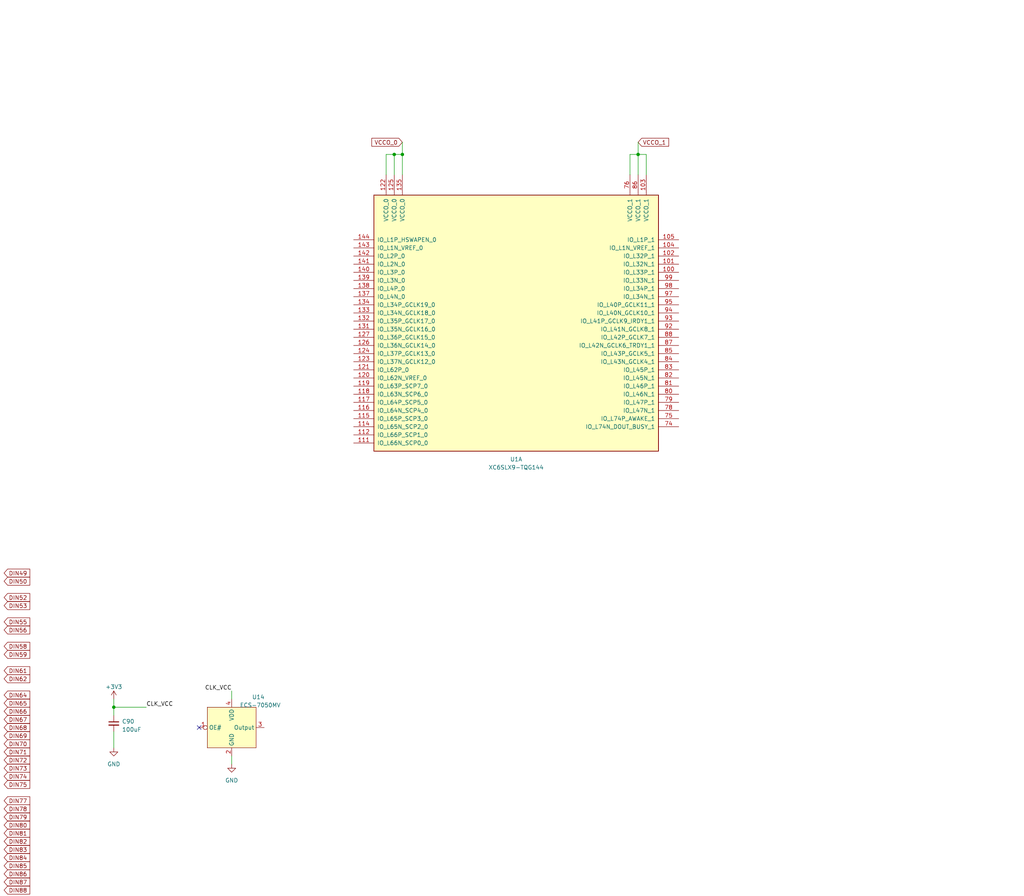
<source format=kicad_sch>
(kicad_sch (version 20210621) (generator eeschema)
  (paper "User" 319.989 280.01)
  (lib_symbols
    (symbol "Device:C_Small" (pin_numbers hide) (pin_names (offset 0.254) hide)
      (property "Reference" "C" (at 0.254 1.778 0))
      (property "Value" "C_Small" (at 0.254 -2.032 0))
      (symbol "C_Small_0_1"
        (polyline (pts (xy -1.524 -0.508) (xy 1.524 -0.508)) (stroke (width 0.3302)))
        (polyline (pts (xy -1.524 0.508) (xy 1.524 0.508)) (stroke (width 0.3048)))
      )
      (symbol "C_Small_1_1"
        (pin passive line (at 0 2.54 270) (length 2.032) (name "~") (number "1"))
        (pin passive line (at 0 -2.54 90) (length 2.032) (name "~") (number "2"))
      )
    )
    (symbol "FPGA_Xilinx_Spartan6:XC6SLX9-TQG144" (pin_names (offset 1.016))
      (property "Reference" "U" (at 0 1.27 0))
      (property "Value" "XC6SLX9-TQG144" (at 0 -1.27 0))
      (symbol "XC6SLX9-TQG144_1_1"
        (rectangle (start -44.45 36.83) (end 44.45 -43.18) (stroke (width 0.254)) (fill (type background)))
        (pin bidirectional line (at 50.8 12.7 180) (length 6.35) (name "IO_L33P_1") (number "100"))
        (pin bidirectional line (at 50.8 15.24 180) (length 6.35) (name "IO_L32N_1") (number "101"))
        (pin bidirectional line (at 50.8 17.78 180) (length 6.35) (name "IO_L32P_1") (number "102"))
        (pin power_in line (at 40.64 43.18 270) (length 6.35) (name "VCCO_1") (number "103"))
        (pin bidirectional line (at 50.8 20.32 180) (length 6.35) (name "IO_L1N_VREF_1") (number "104"))
        (pin bidirectional line (at 50.8 22.86 180) (length 6.35) (name "IO_L1P_1") (number "105"))
        (pin bidirectional line (at -50.8 -40.64 0) (length 6.35) (name "IO_L66N_SCP0_0") (number "111"))
        (pin bidirectional line (at -50.8 -38.1 0) (length 6.35) (name "IO_L66P_SCP1_0") (number "112"))
        (pin bidirectional line (at -50.8 -35.56 0) (length 6.35) (name "IO_L65N_SCP2_0") (number "114"))
        (pin bidirectional line (at -50.8 -33.02 0) (length 6.35) (name "IO_L65P_SCP3_0") (number "115"))
        (pin bidirectional line (at -50.8 -30.48 0) (length 6.35) (name "IO_L64N_SCP4_0") (number "116"))
        (pin bidirectional line (at -50.8 -27.94 0) (length 6.35) (name "IO_L64P_SCP5_0") (number "117"))
        (pin bidirectional line (at -50.8 -25.4 0) (length 6.35) (name "IO_L63N_SCP6_0") (number "118"))
        (pin bidirectional line (at -50.8 -22.86 0) (length 6.35) (name "IO_L63P_SCP7_0") (number "119"))
        (pin bidirectional line (at -50.8 -20.32 0) (length 6.35) (name "IO_L62N_VREF_0") (number "120"))
        (pin bidirectional line (at -50.8 -17.78 0) (length 6.35) (name "IO_L62P_0") (number "121"))
        (pin power_in line (at -40.64 43.18 270) (length 6.35) (name "VCCO_0") (number "122"))
        (pin bidirectional line (at -50.8 -15.24 0) (length 6.35) (name "IO_L37N_GCLK12_0") (number "123"))
        (pin bidirectional line (at -50.8 -12.7 0) (length 6.35) (name "IO_L37P_GCLK13_0") (number "124"))
        (pin power_in line (at -38.1 43.18 270) (length 6.35) (name "VCCO_0") (number "125"))
        (pin bidirectional line (at -50.8 -10.16 0) (length 6.35) (name "IO_L36N_GCLK14_0") (number "126"))
        (pin bidirectional line (at -50.8 -7.62 0) (length 6.35) (name "IO_L36P_GCLK15_0") (number "127"))
        (pin bidirectional line (at -50.8 -5.08 0) (length 6.35) (name "IO_L35N_GCLK16_0") (number "131"))
        (pin bidirectional line (at -50.8 -2.54 0) (length 6.35) (name "IO_L35P_GCLK17_0") (number "132"))
        (pin bidirectional line (at -50.8 0 0) (length 6.35) (name "IO_L34N_GCLK18_0") (number "133"))
        (pin bidirectional line (at -50.8 2.54 0) (length 6.35) (name "IO_L34P_GCLK19_0") (number "134"))
        (pin power_in line (at -35.56 43.18 270) (length 6.35) (name "VCCO_0") (number "135"))
        (pin bidirectional line (at -50.8 5.08 0) (length 6.35) (name "IO_L4N_0") (number "137"))
        (pin bidirectional line (at -50.8 7.62 0) (length 6.35) (name "IO_L4P_0") (number "138"))
        (pin bidirectional line (at -50.8 10.16 0) (length 6.35) (name "IO_L3N_0") (number "139"))
        (pin bidirectional line (at -50.8 12.7 0) (length 6.35) (name "IO_L3P_0") (number "140"))
        (pin bidirectional line (at -50.8 15.24 0) (length 6.35) (name "IO_L2N_0") (number "141"))
        (pin bidirectional line (at -50.8 17.78 0) (length 6.35) (name "IO_L2P_0") (number "142"))
        (pin bidirectional line (at -50.8 20.32 0) (length 6.35) (name "IO_L1N_VREF_0") (number "143"))
        (pin bidirectional line (at -50.8 22.86 0) (length 6.35) (name "IO_L1P_HSWAPEN_0") (number "144"))
        (pin bidirectional line (at 50.8 -35.56 180) (length 6.35) (name "IO_L74N_DOUT_BUSY_1") (number "74"))
        (pin bidirectional line (at 50.8 -33.02 180) (length 6.35) (name "IO_L74P_AWAKE_1") (number "75"))
        (pin power_in line (at 35.56 43.18 270) (length 6.35) (name "VCCO_1") (number "76"))
        (pin bidirectional line (at 50.8 -30.48 180) (length 6.35) (name "IO_L47N_1") (number "78"))
        (pin bidirectional line (at 50.8 -27.94 180) (length 6.35) (name "IO_L47P_1") (number "79"))
        (pin bidirectional line (at 50.8 -25.4 180) (length 6.35) (name "IO_L46N_1") (number "80"))
        (pin bidirectional line (at 50.8 -22.86 180) (length 6.35) (name "IO_L46P_1") (number "81"))
        (pin bidirectional line (at 50.8 -20.32 180) (length 6.35) (name "IO_L45N_1") (number "82"))
        (pin bidirectional line (at 50.8 -17.78 180) (length 6.35) (name "IO_L45P_1") (number "83"))
        (pin bidirectional line (at 50.8 -15.24 180) (length 6.35) (name "IO_L43N_GCLK4_1") (number "84"))
        (pin bidirectional line (at 50.8 -12.7 180) (length 6.35) (name "IO_L43P_GCLK5_1") (number "85"))
        (pin power_in line (at 38.1 43.18 270) (length 6.35) (name "VCCO_1") (number "86"))
        (pin bidirectional line (at 50.8 -10.16 180) (length 6.35) (name "IO_L42N_GCLK6_TRDY1_1") (number "87"))
        (pin bidirectional line (at 50.8 -7.62 180) (length 6.35) (name "IO_L42P_GCLK7_1") (number "88"))
        (pin bidirectional line (at 50.8 -5.08 180) (length 6.35) (name "IO_L41N_GCLK8_1") (number "92"))
        (pin bidirectional line (at 50.8 -2.54 180) (length 6.35) (name "IO_L41P_GCLK9_IRDY1_1") (number "93"))
        (pin bidirectional line (at 50.8 0 180) (length 6.35) (name "IO_L40N_GCLK10_1") (number "94"))
        (pin bidirectional line (at 50.8 2.54 180) (length 6.35) (name "IO_L40P_GCLK11_1") (number "95"))
        (pin bidirectional line (at 50.8 5.08 180) (length 6.35) (name "IO_L34N_1") (number "97"))
        (pin bidirectional line (at 50.8 7.62 180) (length 6.35) (name "IO_L34P_1") (number "98"))
        (pin bidirectional line (at 50.8 10.16 180) (length 6.35) (name "IO_L33N_1") (number "99"))
      )
      (symbol "XC6SLX9-TQG144_2_1"
        (rectangle (start -44.45 36.83) (end 44.45 -43.18) (stroke (width 0.254)) (fill (type background)))
        (pin bidirectional line (at 50.8 -40.64 180) (length 6.35) (name "IO_L83N_VREF_3") (number "1"))
        (pin bidirectional line (at 50.8 -22.86 180) (length 6.35) (name "IO_L50P_3") (number "10"))
        (pin bidirectional line (at 50.8 -20.32 180) (length 6.35) (name "IO_L49N_3") (number "11"))
        (pin bidirectional line (at 50.8 -17.78 180) (length 6.35) (name "IO_L49P_3") (number "12"))
        (pin bidirectional line (at 50.8 -15.24 180) (length 6.35) (name "IO_L44N_GCLK20_3") (number "14"))
        (pin bidirectional line (at 50.8 -12.7 180) (length 6.35) (name "IO_L44P_GCLK21_3") (number "15"))
        (pin bidirectional line (at 50.8 -10.16 180) (length 6.35) (name "IO_L43N_GCLK22_IRDY2_3") (number "16"))
        (pin bidirectional line (at 50.8 -7.62 180) (length 6.35) (name "IO_L43P_GCLK23_3") (number "17"))
        (pin power_in line (at 38.1 43.18 270) (length 6.35) (name "VCCO_3") (number "18"))
        (pin bidirectional line (at 50.8 -38.1 180) (length 6.35) (name "IO_L83P_3") (number "2"))
        (pin bidirectional line (at 50.8 -5.08 180) (length 6.35) (name "IO_L42N_GCLK24_3") (number "21"))
        (pin bidirectional line (at 50.8 -2.54 180) (length 6.35) (name "IO_L42P_GCLK25_TRDY2_3") (number "22"))
        (pin bidirectional line (at 50.8 0 180) (length 6.35) (name "IO_L41N_GCLK26_3") (number "23"))
        (pin bidirectional line (at 50.8 2.54 180) (length 6.35) (name "IO_L41P_GCLK27_3") (number "24"))
        (pin bidirectional line (at 50.8 5.08 180) (length 6.35) (name "IO_L37N_3") (number "26"))
        (pin bidirectional line (at 50.8 7.62 180) (length 6.35) (name "IO_L37P_3") (number "27"))
        (pin bidirectional line (at 50.8 10.16 180) (length 6.35) (name "IO_L36N_3") (number "29"))
        (pin bidirectional line (at 50.8 12.7 180) (length 6.35) (name "IO_L36P_3") (number "30"))
        (pin power_in line (at 40.64 43.18 270) (length 6.35) (name "VCCO_3") (number "31"))
        (pin bidirectional line (at 50.8 15.24 180) (length 6.35) (name "IO_L2N_3") (number "32"))
        (pin bidirectional line (at 50.8 17.78 180) (length 6.35) (name "IO_L2P_3") (number "33"))
        (pin bidirectional line (at 50.8 20.32 180) (length 6.35) (name "IO_L1N_VREF_3") (number "34"))
        (pin bidirectional line (at 50.8 22.86 180) (length 6.35) (name "IO_L1P_3") (number "35"))
        (pin bidirectional line (at -50.8 -40.64 0) (length 6.35) (name "IO_L65N_CSO_B_2") (number "38"))
        (pin bidirectional line (at -50.8 -38.1 0) (length 6.35) (name "IO_L65P_INIT_B_2") (number "39"))
        (pin power_in line (at 35.56 43.18 270) (length 6.35) (name "VCCO_3") (number "4"))
        (pin bidirectional line (at -50.8 -35.56 0) (length 6.35) (name "IO_L64N_D9_2") (number "40"))
        (pin bidirectional line (at -50.8 -33.02 0) (length 6.35) (name "IO_L64P_D8_2") (number "41"))
        (pin power_in line (at -40.64 43.18 270) (length 6.35) (name "VCCO_2") (number "42"))
        (pin bidirectional line (at -50.8 -30.48 0) (length 6.35) (name "IO_L62N_D6_2") (number "43"))
        (pin bidirectional line (at -50.8 -27.94 0) (length 6.35) (name "IO_L62P_D5_2") (number "44"))
        (pin bidirectional line (at -50.8 -25.4 0) (length 6.35) (name "IO_L49N_D4_2") (number "45"))
        (pin bidirectional line (at -50.8 -22.86 0) (length 6.35) (name "IO_L49P_D3_2") (number "46"))
        (pin bidirectional line (at -50.8 -20.32 0) (length 6.35) (name "IO_L48N_RDWR_B_VREF_2") (number "47"))
        (pin bidirectional line (at -50.8 -17.78 0) (length 6.35) (name "IO_L48P_D7_2") (number "48"))
        (pin bidirectional line (at 50.8 -35.56 180) (length 6.35) (name "IO_L52N_3") (number "5"))
        (pin bidirectional line (at -50.8 -15.24 0) (length 6.35) (name "IO_L31N_GCLK30_D15_2") (number "50"))
        (pin bidirectional line (at -50.8 -12.7 0) (length 6.35) (name "IO_L31P_GCLK31_D14_2") (number "51"))
        (pin bidirectional line (at -50.8 -10.16 0) (length 6.35) (name "IO_L30N_GCLK0_USERCCLK_2") (number "55"))
        (pin bidirectional line (at -50.8 -7.62 0) (length 6.35) (name "IO_L30P_GCLK1_D13_2") (number "56"))
        (pin bidirectional line (at -50.8 -5.08 0) (length 6.35) (name "IO_L14N_D12_2") (number "57"))
        (pin bidirectional line (at -50.8 -2.54 0) (length 6.35) (name "IO_L14P_D11_2") (number "58"))
        (pin bidirectional line (at -50.8 0 0) (length 6.35) (name "IO_L13N_D10_2") (number "59"))
        (pin bidirectional line (at 50.8 -33.02 180) (length 6.35) (name "IO_L52P_3") (number "6"))
        (pin bidirectional line (at -50.8 2.54 0) (length 6.35) (name "IO_L13P_M1_2") (number "60"))
        (pin bidirectional line (at -50.8 5.08 0) (length 6.35) (name "IO_L12N_D2_MISO3_2") (number "61"))
        (pin bidirectional line (at -50.8 7.62 0) (length 6.35) (name "IO_L12P_D1_MISO2_2") (number "62"))
        (pin power_in line (at -38.1 43.18 270) (length 6.35) (name "VCCO_2") (number "63"))
        (pin bidirectional line (at -50.8 10.16 0) (length 6.35) (name "IO_L3N_MOSI_CSI_B_MISO0_2") (number "64"))
        (pin bidirectional line (at -50.8 12.7 0) (length 6.35) (name "IO_L3P_D0_DIN_MISO_MISO1_2") (number "65"))
        (pin bidirectional line (at -50.8 15.24 0) (length 6.35) (name "IO_L2N_CMPMOSI_2") (number "66"))
        (pin bidirectional line (at -50.8 17.78 0) (length 6.35) (name "IO_L2P_CMPCLK_2") (number "67"))
        (pin bidirectional line (at -50.8 20.32 0) (length 6.35) (name "IO_L1N_M0_CMPMISO_2") (number "69"))
        (pin bidirectional line (at 50.8 -30.48 180) (length 6.35) (name "IO_L51N_3") (number "7"))
        (pin bidirectional line (at -50.8 22.86 0) (length 6.35) (name "IO_L1P_CCLK_2") (number "70"))
        (pin bidirectional line (at 50.8 -27.94 180) (length 6.35) (name "IO_L51P_3") (number "8"))
        (pin bidirectional line (at 50.8 -25.4 180) (length 6.35) (name "IO_L50N_3") (number "9"))
      )
      (symbol "XC6SLX9-TQG144_3_1"
        (rectangle (start -31.75 15.24) (end 31.75 -15.24) (stroke (width 0.254)) (fill (type background)))
        (pin bidirectional line (at 38.1 10.16 180) (length 6.35) (name "TDO") (number "106"))
        (pin bidirectional line (at 38.1 7.62 180) (length 6.35) (name "TMS") (number "107"))
        (pin bidirectional line (at 38.1 5.08 180) (length 6.35) (name "TCK") (number "109"))
        (pin bidirectional line (at 38.1 12.7 180) (length 6.35) (name "TDI") (number "110"))
        (pin bidirectional line (at 38.1 -2.54 180) (length 6.35) (name "PROGRAM_B_2") (number "37"))
        (pin bidirectional line (at 38.1 0 180) (length 6.35) (name "DONE_2") (number "71"))
        (pin bidirectional line (at 38.1 -12.7 180) (length 6.35) (name "CMPCS_B_2") (number "72"))
        (pin bidirectional line (at 38.1 -7.62 180) (length 6.35) (name "SUSPEND") (number "73"))
      )
      (symbol "XC6SLX9-TQG144_4_1"
        (rectangle (start -19.05 17.78) (end 19.05 -17.78) (stroke (width 0.254)) (fill (type background)))
        (pin power_in line (at 25.4 -7.62 180) (length 6.35) (name "GND") (number "108"))
        (pin power_in line (at 25.4 -10.16 180) (length 6.35) (name "GND") (number "113"))
        (pin power_in line (at 25.4 5.08 180) (length 6.35) (name "VCCINT") (number "128"))
        (pin power_in line (at -25.4 5.08 0) (length 6.35) (name "VCCAUX") (number "129"))
        (pin power_in line (at -25.4 -2.54 0) (length 6.35) (name "GND") (number "13"))
        (pin power_in line (at 25.4 -12.7 180) (length 6.35) (name "GND") (number "130"))
        (pin power_in line (at 25.4 -15.24 180) (length 6.35) (name "GND") (number "136"))
        (pin power_in line (at 25.4 15.24 180) (length 6.35) (name "VCCINT") (number "19"))
        (pin power_in line (at -25.4 15.24 0) (length 6.35) (name "VCCAUX") (number "20"))
        (pin power_in line (at -25.4 -5.08 0) (length 6.35) (name "GND") (number "25"))
        (pin power_in line (at 25.4 12.7 180) (length 6.35) (name "VCCINT") (number "28"))
        (pin power_in line (at -25.4 0 0) (length 6.35) (name "GND") (number "3"))
        (pin power_in line (at -25.4 12.7 0) (length 6.35) (name "VCCAUX") (number "36"))
        (pin power_in line (at -25.4 -7.62 0) (length 6.35) (name "GND") (number "49"))
        (pin power_in line (at 25.4 10.16 180) (length 6.35) (name "VCCINT") (number "52"))
        (pin power_in line (at -25.4 10.16 0) (length 6.35) (name "VCCAUX") (number "53"))
        (pin power_in line (at -25.4 -10.16 0) (length 6.35) (name "GND") (number "54"))
        (pin power_in line (at -25.4 -12.7 0) (length 6.35) (name "GND") (number "68"))
        (pin power_in line (at -25.4 -15.24 0) (length 6.35) (name "GND") (number "77"))
        (pin power_in line (at 25.4 7.62 180) (length 6.35) (name "VCCINT") (number "89"))
        (pin power_in line (at -25.4 7.62 0) (length 6.35) (name "VCCAUX") (number "90"))
        (pin power_in line (at 25.4 -2.54 180) (length 6.35) (name "GND") (number "91"))
        (pin power_in line (at 25.4 -5.08 180) (length 6.35) (name "GND") (number "96"))
      )
    )
    (symbol "Oscillator:ECS-7050MV"
      (property "Reference" "U" (at -7.62 7.62 0))
      (property "Value" "ECS-7050MV" (at -7.62 7.62 0))
      (symbol "ECS-7050MV_0_1"
        (rectangle (start -7.62 6.35) (end 7.62 -6.35) (stroke (width 0.1524)) (fill (type background)))
      )
      (symbol "ECS-7050MV_1_1"
        (pin input inverted (at -10.16 0 0) (length 2.54) (name "OE#") (number "1"))
        (pin power_in line (at 0 -8.89 90) (length 2.54) (name "GND") (number "2"))
        (pin output line (at 10.16 0 180) (length 2.54) (name "Output") (number "3"))
        (pin power_in line (at 0 8.89 270) (length 2.54) (name "VDD") (number "4"))
      )
    )
    (symbol "power:+3V3" (power) (pin_names (offset 0))
      (property "Value" "+3V3" (at 0 3.556 0))
      (symbol "+3V3_0_1"
        (polyline (pts (xy -0.762 1.27) (xy 0 2.54)))
        (polyline (pts (xy 0 0) (xy 0 2.54)))
        (polyline (pts (xy 0 2.54) (xy 0.762 1.27)))
      )
      (symbol "+3V3_1_1"
        (pin power_in line (at 0 0 90) (length 0) hide (name "+3V3") (number "1"))
      )
    )
    (symbol "power:GND" (power) (pin_names (offset 0))
      (property "Value" "GND" (at 0 -3.81 0))
      (symbol "GND_0_1"
        (polyline (pts (xy 0 0) (xy 0 -1.27) (xy 1.27 -1.27) (xy 0 -2.54) (xy -1.27 -1.27) (xy 0 -1.27)))
      )
      (symbol "GND_1_1"
        (pin power_in line (at 0 0 270) (length 0) hide (name "GND") (number "1"))
      )
    )
  )
  (junction (at 35.56 220.98) (diameter 0.9144))
  (junction (at 123.19 48.26) (diameter 0.9144))
  (junction (at 125.73 48.26) (diameter 0.9144))
  (junction (at 199.39 48.26) (diameter 0.9144))
  (no_connect (at 62.23 227.33))
  (wire (pts (xy 35.56 218.44) (xy 35.56 220.98)))
  (wire (pts (xy 35.56 220.98) (xy 45.72 220.98)))
  (wire (pts (xy 35.56 223.52) (xy 35.56 220.98)))
  (wire (pts (xy 35.56 228.6) (xy 35.56 233.68)))
  (wire (pts (xy 72.39 215.9) (xy 72.39 218.44)))
  (wire (pts (xy 72.39 236.22) (xy 72.39 238.76)))
  (wire (pts (xy 120.65 48.26) (xy 123.19 48.26)))
  (wire (pts (xy 120.65 54.61) (xy 120.65 48.26)))
  (wire (pts (xy 123.19 48.26) (xy 123.19 54.61)))
  (wire (pts (xy 123.19 48.26) (xy 125.73 48.26)))
  (wire (pts (xy 125.73 44.45) (xy 125.73 48.26)))
  (wire (pts (xy 125.73 48.26) (xy 125.73 54.61)))
  (wire (pts (xy 196.85 48.26) (xy 196.85 54.61)))
  (wire (pts (xy 199.39 44.45) (xy 199.39 48.26)))
  (wire (pts (xy 199.39 48.26) (xy 196.85 48.26)))
  (wire (pts (xy 199.39 48.26) (xy 201.93 48.26)))
  (wire (pts (xy 199.39 54.61) (xy 199.39 48.26)))
  (wire (pts (xy 201.93 54.61) (xy 201.93 48.26)))
  (label "CLK_VCC" (at 45.72 220.98 0))
  (label "CLK_VCC" (at 72.39 215.9 180))
  (global_label "DIN1" (shape input) (at -46.99 179.07 180) (property "Intersheet References" "${INTERSHEET_REFS}" (effects hide)))
  (global_label "DIN2" (shape input) (at -46.99 181.61 180) (property "Intersheet References" "${INTERSHEET_REFS}" (effects hide)))
  (global_label "DIN3" (shape input) (at -46.99 184.15 180) (property "Intersheet References" "${INTERSHEET_REFS}" (effects hide)))
  (global_label "DIN4" (shape input) (at -46.99 186.69 180) (property "Intersheet References" "${INTERSHEET_REFS}" (effects hide)))
  (global_label "DIN5" (shape input) (at -46.99 189.23 180) (property "Intersheet References" "${INTERSHEET_REFS}" (effects hide)))
  (global_label "DIN7" (shape input) (at -46.99 194.31 180) (property "Intersheet References" "${INTERSHEET_REFS}" (effects hide)))
  (global_label "DIN8" (shape input) (at -46.99 196.85 180) (property "Intersheet References" "${INTERSHEET_REFS}" (effects hide)))
  (global_label "DIN9" (shape input) (at -46.99 199.39 180) (property "Intersheet References" "${INTERSHEET_REFS}" (effects hide)))
  (global_label "DIN10" (shape input) (at -46.99 201.93 180) (property "Intersheet References" "${INTERSHEET_REFS}" (effects hide)))
  (global_label "DIN11" (shape input) (at -46.99 204.47 180) (property "Intersheet References" "${INTERSHEET_REFS}" (effects hide)))
  (global_label "DIN12" (shape input) (at -46.99 207.01 180) (property "Intersheet References" "${INTERSHEET_REFS}" (effects hide)))
  (global_label "DIN13" (shape input) (at -46.99 209.55 180) (property "Intersheet References" "${INTERSHEET_REFS}" (effects hide)))
  (global_label "DIN14" (shape input) (at -46.99 212.09 180) (property "Intersheet References" "${INTERSHEET_REFS}" (effects hide)))
  (global_label "DIN15" (shape input) (at -46.99 214.63 180) (property "Intersheet References" "${INTERSHEET_REFS}" (effects hide)))
  (global_label "DIN16" (shape input) (at -46.99 217.17 180) (property "Intersheet References" "${INTERSHEET_REFS}" (effects hide)))
  (global_label "DIN17" (shape input) (at -46.99 219.71 180) (property "Intersheet References" "${INTERSHEET_REFS}" (effects hide)))
  (global_label "DIN18" (shape input) (at -46.99 222.25 180) (property "Intersheet References" "${INTERSHEET_REFS}" (effects hide)))
  (global_label "DIN20" (shape input) (at -46.99 227.33 180) (property "Intersheet References" "${INTERSHEET_REFS}" (effects hide)))
  (global_label "DIN21" (shape input) (at -46.99 229.87 180) (property "Intersheet References" "${INTERSHEET_REFS}" (effects hide)))
  (global_label "DIN22" (shape input) (at -46.99 232.41 180) (property "Intersheet References" "${INTERSHEET_REFS}" (effects hide)))
  (global_label "DIN23" (shape input) (at -46.99 234.95 180) (property "Intersheet References" "${INTERSHEET_REFS}" (effects hide)))
  (global_label "DIN24" (shape input) (at -46.99 237.49 180) (property "Intersheet References" "${INTERSHEET_REFS}" (effects hide)))
  (global_label "DIN25" (shape input) (at -46.99 240.03 180) (property "Intersheet References" "${INTERSHEET_REFS}" (effects hide)))
  (global_label "DIN26" (shape input) (at -46.99 242.57 180) (property "Intersheet References" "${INTERSHEET_REFS}" (effects hide)))
  (global_label "DIN27" (shape input) (at -46.99 245.11 180) (property "Intersheet References" "${INTERSHEET_REFS}" (effects hide)))
  (global_label "DIN28" (shape input) (at -46.99 247.65 180) (property "Intersheet References" "${INTERSHEET_REFS}" (effects hide)))
  (global_label "DIN29" (shape input) (at -46.99 250.19 180) (property "Intersheet References" "${INTERSHEET_REFS}" (effects hide)))
  (global_label "DIN30" (shape input) (at -46.99 252.73 180) (property "Intersheet References" "${INTERSHEET_REFS}" (effects hide)))
  (global_label "DIN31" (shape input) (at -46.99 255.27 180) (property "Intersheet References" "${INTERSHEET_REFS}" (effects hide)))
  (global_label "DIN32" (shape input) (at -46.99 257.81 180) (property "Intersheet References" "${INTERSHEET_REFS}" (effects hide)))
  (global_label "DIN34" (shape input) (at -46.99 262.89 180) (property "Intersheet References" "${INTERSHEET_REFS}" (effects hide)))
  (global_label "DIN35" (shape input) (at -46.99 265.43 180) (property "Intersheet References" "${INTERSHEET_REFS}" (effects hide)))
  (global_label "DIN37" (shape input) (at -46.99 270.51 180) (property "Intersheet References" "${INTERSHEET_REFS}" (effects hide)))
  (global_label "DIN38" (shape input) (at -46.99 273.05 180) (property "Intersheet References" "${INTERSHEET_REFS}" (effects hide)))
  (global_label "DIN40" (shape input) (at -46.99 278.13 180) (property "Intersheet References" "${INTERSHEET_REFS}" (effects hide)))
  (global_label "DIN41" (shape input) (at -46.99 280.67 180) (property "Intersheet References" "${INTERSHEET_REFS}" (effects hide)))
  (global_label "DIN43" (shape input) (at -46.99 285.75 180) (property "Intersheet References" "${INTERSHEET_REFS}" (effects hide)))
  (global_label "DIN44" (shape input) (at -46.99 288.29 180) (property "Intersheet References" "${INTERSHEET_REFS}" (effects hide)))
  (global_label "DIN46" (shape input) (at -46.99 293.37 180) (property "Intersheet References" "${INTERSHEET_REFS}" (effects hide)))
  (global_label "DIN47" (shape input) (at -46.99 295.91 180) (property "Intersheet References" "${INTERSHEET_REFS}" (effects hide)))
  (global_label "SRAM_A0" (shape input) (at -35.56 311.15 180) (property "Intersheet References" "${INTERSHEET_REFS}" (effects hide)))
  (global_label "SRAM_A1" (shape input) (at -35.56 313.69 180) (property "Intersheet References" "${INTERSHEET_REFS}" (effects hide)))
  (global_label "SRAM_A2" (shape input) (at -35.56 316.23 180) (property "Intersheet References" "${INTERSHEET_REFS}" (effects hide)))
  (global_label "SRAM_A3" (shape input) (at -35.56 318.77 180) (property "Intersheet References" "${INTERSHEET_REFS}" (effects hide)))
  (global_label "SRAM_A4" (shape input) (at -35.56 321.31 180) (property "Intersheet References" "${INTERSHEET_REFS}" (effects hide)))
  (global_label "SRAM_CS#" (shape input) (at -35.56 323.85 180) (property "Intersheet References" "${INTERSHEET_REFS}" (effects hide)))
  (global_label "SRAM_IO0" (shape input) (at -35.56 326.39 180) (property "Intersheet References" "${INTERSHEET_REFS}" (effects hide)))
  (global_label "SRAM_IO1" (shape input) (at -35.56 328.93 180) (property "Intersheet References" "${INTERSHEET_REFS}" (effects hide)))
  (global_label "SRAM_IO2" (shape input) (at -35.56 331.47 180) (property "Intersheet References" "${INTERSHEET_REFS}" (effects hide)))
  (global_label "SRAM_IO3" (shape input) (at -35.56 334.01 180) (property "Intersheet References" "${INTERSHEET_REFS}" (effects hide)))
  (global_label "SRAM_IO4" (shape input) (at -35.56 341.63 180) (property "Intersheet References" "${INTERSHEET_REFS}" (effects hide)))
  (global_label "SRAM_IO5" (shape input) (at -35.56 344.17 180) (property "Intersheet References" "${INTERSHEET_REFS}" (effects hide)))
  (global_label "SRAM_IO6" (shape input) (at -35.56 346.71 180) (property "Intersheet References" "${INTERSHEET_REFS}" (effects hide)))
  (global_label "SRAM_IO7" (shape input) (at -35.56 349.25 180) (property "Intersheet References" "${INTERSHEET_REFS}" (effects hide)))
  (global_label "SRAM_WE#" (shape input) (at -35.56 351.79 180) (property "Intersheet References" "${INTERSHEET_REFS}" (effects hide)))
  (global_label "SRAM_A5" (shape input) (at -35.56 354.33 180) (property "Intersheet References" "${INTERSHEET_REFS}" (effects hide)))
  (global_label "SRAM_A6" (shape input) (at -35.56 356.87 180) (property "Intersheet References" "${INTERSHEET_REFS}" (effects hide)))
  (global_label "SRAM_A7" (shape input) (at -35.56 359.41 180) (property "Intersheet References" "${INTERSHEET_REFS}" (effects hide)))
  (global_label "SRAM_A8" (shape input) (at -35.56 361.95 180) (property "Intersheet References" "${INTERSHEET_REFS}" (effects hide)))
  (global_label "SRAM_A9" (shape input) (at -35.56 364.49 180) (property "Intersheet References" "${INTERSHEET_REFS}" (effects hide)))
  (global_label "SRAM_A17" (shape input) (at -10.16 311.15 0) (property "Intersheet References" "${INTERSHEET_REFS}" (effects hide)))
  (global_label "SRAM_A16" (shape input) (at -10.16 313.69 0) (property "Intersheet References" "${INTERSHEET_REFS}" (effects hide)))
  (global_label "SRAM_A15" (shape input) (at -10.16 316.23 0) (property "Intersheet References" "${INTERSHEET_REFS}" (effects hide)))
  (global_label "SRAM_OE#" (shape input) (at -10.16 318.77 0) (property "Intersheet References" "${INTERSHEET_REFS}" (effects hide)))
  (global_label "SRAM_UB#" (shape input) (at -10.16 321.31 0) (property "Intersheet References" "${INTERSHEET_REFS}" (effects hide)))
  (global_label "SRAM_LB#" (shape input) (at -10.16 323.85 0) (property "Intersheet References" "${INTERSHEET_REFS}" (effects hide)))
  (global_label "SRAM_IO15" (shape input) (at -10.16 326.39 0) (property "Intersheet References" "${INTERSHEET_REFS}" (effects hide)))
  (global_label "SRAM_IO14" (shape input) (at -10.16 328.93 0) (property "Intersheet References" "${INTERSHEET_REFS}" (effects hide)))
  (global_label "SRAM_IO13" (shape input) (at -10.16 331.47 0) (property "Intersheet References" "${INTERSHEET_REFS}" (effects hide)))
  (global_label "SRAM_IO12" (shape input) (at -10.16 334.01 0) (property "Intersheet References" "${INTERSHEET_REFS}" (effects hide)))
  (global_label "SRAM_IO11" (shape input) (at -10.16 341.63 0) (property "Intersheet References" "${INTERSHEET_REFS}" (effects hide)))
  (global_label "SRAM_IO10" (shape input) (at -10.16 344.17 0) (property "Intersheet References" "${INTERSHEET_REFS}" (effects hide)))
  (global_label "SRAM_IO9" (shape input) (at -10.16 346.71 0) (property "Intersheet References" "${INTERSHEET_REFS}" (effects hide)))
  (global_label "SRAM_IO8" (shape input) (at -10.16 349.25 0) (property "Intersheet References" "${INTERSHEET_REFS}" (effects hide)))
  (global_label "SRAM_A14" (shape input) (at -10.16 354.33 0) (property "Intersheet References" "${INTERSHEET_REFS}" (effects hide)))
  (global_label "SRAM_A13" (shape input) (at -10.16 356.87 0) (property "Intersheet References" "${INTERSHEET_REFS}" (effects hide)))
  (global_label "SRAM_A12" (shape input) (at -10.16 359.41 0) (property "Intersheet References" "${INTERSHEET_REFS}" (effects hide)))
  (global_label "SRAM_A11" (shape input) (at -10.16 361.95 0) (property "Intersheet References" "${INTERSHEET_REFS}" (effects hide)))
  (global_label "SRAM_A10" (shape input) (at -10.16 364.49 0) (property "Intersheet References" "${INTERSHEET_REFS}" (effects hide)))
  (global_label "DIN49" (shape input) (at 1.27 179.07 0) (property "Intersheet References" "${INTERSHEET_REFS}" (effects hide)))
  (global_label "DIN50" (shape input) (at 1.27 181.61 0) (property "Intersheet References" "${INTERSHEET_REFS}" (effects hide)))
  (global_label "DIN52" (shape input) (at 1.27 186.69 0) (property "Intersheet References" "${INTERSHEET_REFS}" (effects hide)))
  (global_label "DIN53" (shape input) (at 1.27 189.23 0) (property "Intersheet References" "${INTERSHEET_REFS}" (effects hide)))
  (global_label "DIN55" (shape input) (at 1.27 194.31 0) (property "Intersheet References" "${INTERSHEET_REFS}" (effects hide)))
  (global_label "DIN56" (shape input) (at 1.27 196.85 0) (property "Intersheet References" "${INTERSHEET_REFS}" (effects hide)))
  (global_label "DIN58" (shape input) (at 1.27 201.93 0) (property "Intersheet References" "${INTERSHEET_REFS}" (effects hide)))
  (global_label "DIN59" (shape input) (at 1.27 204.47 0) (property "Intersheet References" "${INTERSHEET_REFS}" (effects hide)))
  (global_label "DIN61" (shape input) (at 1.27 209.55 0) (property "Intersheet References" "${INTERSHEET_REFS}" (effects hide)))
  (global_label "DIN62" (shape input) (at 1.27 212.09 0) (property "Intersheet References" "${INTERSHEET_REFS}" (effects hide)))
  (global_label "DIN64" (shape input) (at 1.27 217.17 0) (property "Intersheet References" "${INTERSHEET_REFS}" (effects hide)))
  (global_label "DIN65" (shape input) (at 1.27 219.71 0) (property "Intersheet References" "${INTERSHEET_REFS}" (effects hide)))
  (global_label "DIN66" (shape input) (at 1.27 222.25 0) (property "Intersheet References" "${INTERSHEET_REFS}" (effects hide)))
  (global_label "DIN67" (shape input) (at 1.27 224.79 0) (property "Intersheet References" "${INTERSHEET_REFS}" (effects hide)))
  (global_label "DIN68" (shape input) (at 1.27 227.33 0) (property "Intersheet References" "${INTERSHEET_REFS}" (effects hide)))
  (global_label "DIN69" (shape input) (at 1.27 229.87 0) (property "Intersheet References" "${INTERSHEET_REFS}" (effects hide)))
  (global_label "DIN70" (shape input) (at 1.27 232.41 0) (property "Intersheet References" "${INTERSHEET_REFS}" (effects hide)))
  (global_label "DIN71" (shape input) (at 1.27 234.95 0) (property "Intersheet References" "${INTERSHEET_REFS}" (effects hide)))
  (global_label "DIN72" (shape input) (at 1.27 237.49 0) (property "Intersheet References" "${INTERSHEET_REFS}" (effects hide)))
  (global_label "DIN73" (shape input) (at 1.27 240.03 0) (property "Intersheet References" "${INTERSHEET_REFS}" (effects hide)))
  (global_label "DIN74" (shape input) (at 1.27 242.57 0) (property "Intersheet References" "${INTERSHEET_REFS}" (effects hide)))
  (global_label "DIN75" (shape input) (at 1.27 245.11 0) (property "Intersheet References" "${INTERSHEET_REFS}" (effects hide)))
  (global_label "DIN77" (shape input) (at 1.27 250.19 0) (property "Intersheet References" "${INTERSHEET_REFS}" (effects hide)))
  (global_label "DIN78" (shape input) (at 1.27 252.73 0) (property "Intersheet References" "${INTERSHEET_REFS}" (effects hide)))
  (global_label "DIN79" (shape input) (at 1.27 255.27 0) (property "Intersheet References" "${INTERSHEET_REFS}" (effects hide)))
  (global_label "DIN80" (shape input) (at 1.27 257.81 0) (property "Intersheet References" "${INTERSHEET_REFS}" (effects hide)))
  (global_label "DIN81" (shape input) (at 1.27 260.35 0) (property "Intersheet References" "${INTERSHEET_REFS}" (effects hide)))
  (global_label "DIN82" (shape input) (at 1.27 262.89 0) (property "Intersheet References" "${INTERSHEET_REFS}" (effects hide)))
  (global_label "DIN83" (shape input) (at 1.27 265.43 0) (property "Intersheet References" "${INTERSHEET_REFS}" (effects hide)))
  (global_label "DIN84" (shape input) (at 1.27 267.97 0) (property "Intersheet References" "${INTERSHEET_REFS}" (effects hide)))
  (global_label "DIN85" (shape input) (at 1.27 270.51 0) (property "Intersheet References" "${INTERSHEET_REFS}" (effects hide)))
  (global_label "DIN86" (shape input) (at 1.27 273.05 0) (property "Intersheet References" "${INTERSHEET_REFS}" (effects hide)))
  (global_label "DIN87" (shape input) (at 1.27 275.59 0) (property "Intersheet References" "${INTERSHEET_REFS}" (effects hide)))
  (global_label "DIN88" (shape input) (at 1.27 278.13 0) (property "Intersheet References" "${INTERSHEET_REFS}" (effects hide)))
  (global_label "DIN90" (shape input) (at 1.27 283.21 0) (property "Intersheet References" "${INTERSHEET_REFS}" (effects hide)))
  (global_label "DIN91" (shape input) (at 1.27 285.75 0) (property "Intersheet References" "${INTERSHEET_REFS}" (effects hide)))
  (global_label "DIN92" (shape input) (at 1.27 288.29 0) (property "Intersheet References" "${INTERSHEET_REFS}" (effects hide)))
  (global_label "DIN93" (shape input) (at 1.27 290.83 0) (property "Intersheet References" "${INTERSHEET_REFS}" (effects hide)))
  (global_label "DIN94" (shape input) (at 1.27 293.37 0) (property "Intersheet References" "${INTERSHEET_REFS}" (effects hide)))
  (global_label "DIN95" (shape input) (at 1.27 295.91 0) (property "Intersheet References" "${INTERSHEET_REFS}" (effects hide)))
  (global_label "DIN96" (shape input) (at 1.27 298.45 0) (property "Intersheet References" "${INTERSHEET_REFS}" (effects hide)))
  (global_label "VCCO_0" (shape input) (at 125.73 44.45 180) (property "Intersheet References" "${INTERSHEET_REFS}" (effects hide)))
  (global_label "VCCO_1" (shape input) (at 199.39 44.45 0) (property "Intersheet References" "${INTERSHEET_REFS}" (effects hide)))
  (symbol (lib_id "power:+3V3") (at 35.56 218.44 0) (unit 1)
    (property "Reference" "#PWR0105" (effects hide))
    (property "Value" "+3V3" (at 35.56 214.63 0))
  )
  (symbol (lib_id "power:GND") (at 35.56 233.68 0) (unit 1)
    (property "Reference" "#PWR0106" (effects hide))
    (property "Value" "GND" (at 35.56 238.76 0))
  )
  (symbol (lib_id "power:GND") (at 72.39 238.76 0) (unit 1)
    (property "Reference" "#PWR0104" (effects hide))
    (property "Value" "GND" (at 72.39 243.84 0))
  )
  (symbol (lib_id "Device:C_Small") (at 35.56 226.06 0) (unit 1)
    (property "Reference" "C90" (at 38.1 225.4249 0) (effects (justify left)))
    (property "Value" "100uF" (at 38.1 227.9649 0) (effects (justify left)))
    (property "Footprint" "Capacitor_SMD:C_1210_3225Metric" (effects hide))
  )
  (symbol (lib_id "Oscillator:ECS-7050MV") (at 72.39 227.33 0) (unit 1)
    (property "Reference" "U14" (at 78.74 217.8049 0) (effects (justify left)))
    (property "Value" "ECS-7050MV" (at 74.93 220.3449 0) (effects (justify left)))
    (property "Footprint" "ECS-7050MV:ECS-7050MV" (effects hide))
  )
  (symbol (lib_id "FPGA_Xilinx_Spartan6:XC6SLX9-TQG144") (at 161.29 97.79 0) (unit 1)
    (property "Reference" "U1" (at 161.29 143.51 0))
    (property "Value" "XC6SLX9-TQG144" (at 161.29 146.05 0))
    (property "Footprint" "Package_QFP:TQFP-144_20x20mm_P0.5mm" (effects hide))
  )
)
</source>
